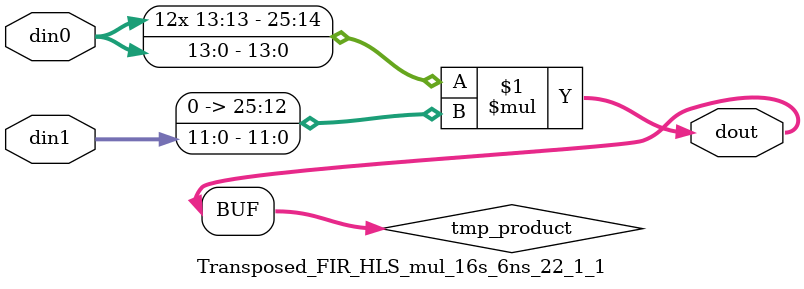
<source format=v>

`timescale 1 ns / 1 ps

 module Transposed_FIR_HLS_mul_16s_6ns_22_1_1(din0, din1, dout);
parameter ID = 1;
parameter NUM_STAGE = 0;
parameter din0_WIDTH = 14;
parameter din1_WIDTH = 12;
parameter dout_WIDTH = 26;

input [din0_WIDTH - 1 : 0] din0; 
input [din1_WIDTH - 1 : 0] din1; 
output [dout_WIDTH - 1 : 0] dout;

wire signed [dout_WIDTH - 1 : 0] tmp_product;


























assign tmp_product = $signed(din0) * $signed({1'b0, din1});









assign dout = tmp_product;





















endmodule

</source>
